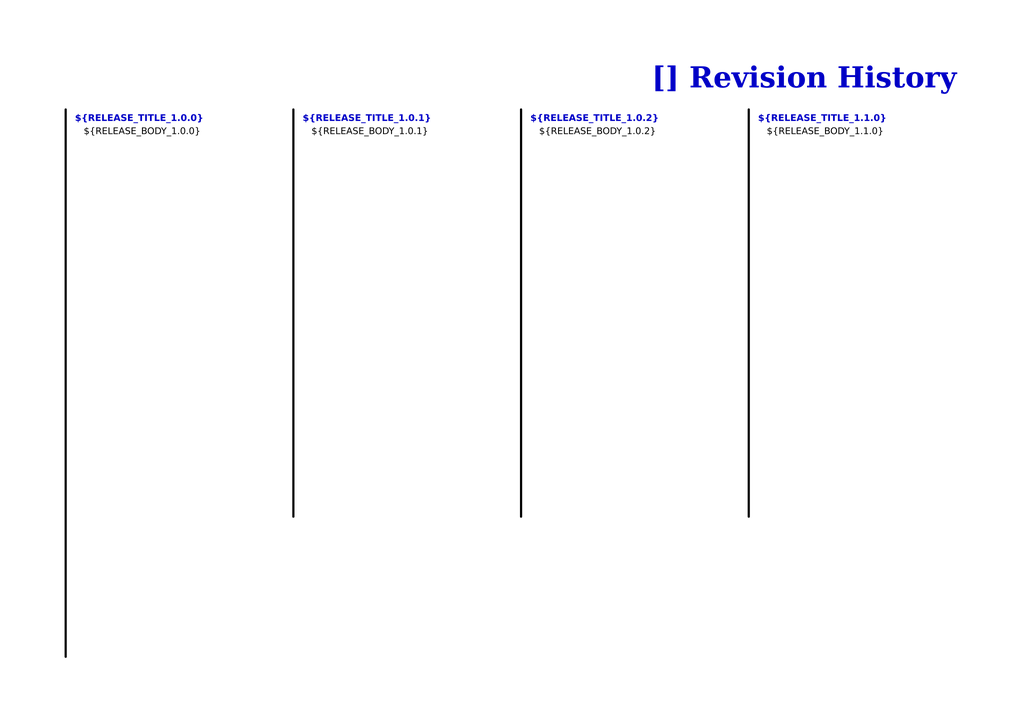
<source format=kicad_sch>
(kicad_sch
	(version 20250114)
	(generator "eeschema")
	(generator_version "9.0")
	(uuid "ea8c4f5e-7a49-4faf-a994-dbc85ed86b0a")
	(paper "A4")
	(title_block
		(title "Revision History")
		(date "2025-01-12")
		(rev "${REVISION}")
		(company "${COMPANY}")
		(comment 1 "\"Comment 1\"")
		(comment 2 "\"Comment 2\"")
		(comment 3 "\"Comment 3\"")
		(comment 4 "\"Comment 4\"")
		(comment 5 "\"Comment 5\"")
		(comment 6 "\"Comment 6\"")
		(comment 7 "\"Comment 7\"")
		(comment 8 "\"Comment 8\"")
		(comment 9 "NA")
	)
	(lib_symbols)
	(text_box "${RELEASE_BODY_1.1.0}"
		(exclude_from_sim no)
		(at 220.98 35.56 0)
		(size 58.42 111.76)
		(margins 1.4287 1.4287 1.4287 1.4287)
		(stroke
			(width -0.0001)
			(type default)
		)
		(fill
			(type none)
		)
		(effects
			(font
				(face "Arial")
				(size 1.905 1.905)
				(color 0 0 0 1)
			)
			(justify left top)
		)
		(uuid "0c062e2b-2be1-4307-b752-045c211787f4")
	)
	(text_box "[${#}] ${TITLE}"
		(exclude_from_sim no)
		(at 177.8 16.51 0)
		(size 104.14 12.7)
		(margins 4.4999 4.4999 4.4999 4.4999)
		(stroke
			(width -0.0001)
			(type solid)
		)
		(fill
			(type none)
		)
		(effects
			(font
				(face "Times New Roman")
				(size 6 6)
				(thickness 1.2)
				(bold yes)
				(color 0 0 194 1)
			)
			(justify right)
		)
		(uuid "20a0a094-ac98-46df-bdac-21d5721f7697")
	)
	(text_box "${RELEASE_BODY_1.0.0}"
		(exclude_from_sim no)
		(at 22.86 35.56 0)
		(size 58.42 146.05)
		(margins 1.4287 1.4287 1.4287 1.4287)
		(stroke
			(width -0.0001)
			(type default)
		)
		(fill
			(type none)
		)
		(effects
			(font
				(face "Arial")
				(size 1.905 1.905)
				(color 0 0 0 1)
			)
			(justify left top)
		)
		(uuid "212b625e-4169-46f2-a2fc-afc6cbef07cd")
	)
	(text_box "${RELEASE_TITLE_1.0.2}"
		(exclude_from_sim no)
		(at 152.4 31.75 0)
		(size 57.15 7.62)
		(margins 1.4287 1.4287 1.4287 1.4287)
		(stroke
			(width -0.0001)
			(type default)
		)
		(fill
			(type none)
		)
		(effects
			(font
				(face "Arial")
				(size 1.905 1.905)
				(thickness 0.254)
				(bold yes)
			)
			(justify left top)
		)
		(uuid "61447e65-3862-4ca7-a61e-5d8506cb38bb")
	)
	(text_box "${RELEASE_BODY_1.0.2}"
		(exclude_from_sim no)
		(at 154.94 35.56 0)
		(size 58.42 111.76)
		(margins 1.4287 1.4287 1.4287 1.4287)
		(stroke
			(width -0.0001)
			(type default)
		)
		(fill
			(type none)
		)
		(effects
			(font
				(face "Arial")
				(size 1.905 1.905)
				(color 0 0 0 1)
			)
			(justify left top)
		)
		(uuid "8ad0acb7-8a2e-40a2-87c7-888a93359ccd")
	)
	(text_box "${RELEASE_BODY_1.0.1}"
		(exclude_from_sim no)
		(at 88.9 35.56 0)
		(size 57.15 105.41)
		(margins 1.4287 1.4287 1.4287 1.4287)
		(stroke
			(width -0.0001)
			(type default)
		)
		(fill
			(type none)
		)
		(effects
			(font
				(face "Arial")
				(size 1.905 1.905)
				(color 0 0 0 1)
			)
			(justify left top)
		)
		(uuid "9af8400a-3034-4071-a364-608020db49d5")
	)
	(text_box "${RELEASE_TITLE_1.0.0}"
		(exclude_from_sim no)
		(at 20.32 31.75 0)
		(size 57.15 7.62)
		(margins 1.4287 1.4287 1.4287 1.4287)
		(stroke
			(width -0.0001)
			(type default)
		)
		(fill
			(type none)
		)
		(effects
			(font
				(face "Arial")
				(size 1.905 1.905)
				(thickness 0.254)
				(bold yes)
			)
			(justify left top)
		)
		(uuid "d183a6b7-e8a2-46ec-8c3c-ec3041423bc1")
	)
	(text_box "${RELEASE_TITLE_1.0.1}"
		(exclude_from_sim no)
		(at 86.36 31.75 0)
		(size 57.15 7.62)
		(margins 1.4287 1.4287 1.4287 1.4287)
		(stroke
			(width -0.0001)
			(type default)
		)
		(fill
			(type none)
		)
		(effects
			(font
				(face "Arial")
				(size 1.905 1.905)
				(thickness 0.254)
				(bold yes)
			)
			(justify left top)
		)
		(uuid "ed7f1ff6-56f6-4427-ab7f-2ffe27717c3d")
	)
	(text_box "${RELEASE_TITLE_1.1.0}"
		(exclude_from_sim no)
		(at 218.44 31.75 0)
		(size 57.15 7.62)
		(margins 1.4287 1.4287 1.4287 1.4287)
		(stroke
			(width -0.0001)
			(type default)
		)
		(fill
			(type none)
		)
		(effects
			(font
				(face "Arial")
				(size 1.905 1.905)
				(thickness 0.254)
				(bold yes)
			)
			(justify left top)
		)
		(uuid "f47af890-f55a-44bf-b54f-b7df3adde008")
	)
	(polyline
		(pts
			(xy 85.09 31.75) (xy 85.09 149.86)
		)
		(stroke
			(width 0.635)
			(type default)
			(color 0 0 0 1)
		)
		(uuid "5f29c90a-4bd5-401c-a0f6-a99df09914f4")
	)
	(polyline
		(pts
			(xy 151.13 31.75) (xy 151.13 149.86)
		)
		(stroke
			(width 0.635)
			(type default)
			(color 0 0 0 1)
		)
		(uuid "a6b610d4-f09b-4d6e-ac67-0bb3d0e09fbe")
	)
	(polyline
		(pts
			(xy 19.05 31.75) (xy 19.05 190.5)
		)
		(stroke
			(width 0.635)
			(type default)
			(color 0 0 0 1)
		)
		(uuid "d98bd22a-837a-4b14-b8b1-ecc667696c58")
	)
	(polyline
		(pts
			(xy 217.17 31.75) (xy 217.17 149.86)
		)
		(stroke
			(width 0.635)
			(type default)
			(color 0 0 0 1)
		)
		(uuid "fe21cbb6-f53c-41a1-bc1c-520e82f71f78")
	)
)

</source>
